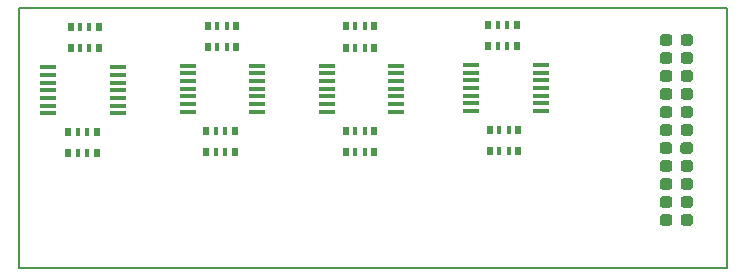
<source format=gbr>
G04 #@! TF.GenerationSoftware,KiCad,Pcbnew,(5.1.0-rc2-21-g16b3c80a7)*
G04 #@! TF.CreationDate,2019-05-25T16:35:41+02:00*
G04 #@! TF.ProjectId,Analog_Input_Module,416e616c-6f67-45f4-996e-7075745f4d6f,R2.1*
G04 #@! TF.SameCoordinates,Original*
G04 #@! TF.FileFunction,Paste,Bot*
G04 #@! TF.FilePolarity,Positive*
%FSLAX46Y46*%
G04 Gerber Fmt 4.6, Leading zero omitted, Abs format (unit mm)*
G04 Created by KiCad (PCBNEW (5.1.0-rc2-21-g16b3c80a7)) date 2019-05-25 16:35:41*
%MOMM*%
%LPD*%
G04 APERTURE LIST*
%ADD10C,0.150000*%
%ADD11R,1.450000X0.450000*%
%ADD12R,0.500000X0.800000*%
%ADD13R,0.400000X0.800000*%
%ADD14C,0.100000*%
%ADD15C,0.950000*%
G04 APERTURE END LIST*
D10*
X80000000Y-42000000D02*
X80000000Y-20000000D01*
X80000000Y-20000000D02*
X20000000Y-20000000D01*
X80000000Y-42000000D02*
X20000000Y-42000000D01*
X20000000Y-20000000D02*
X20000000Y-42000000D01*
D11*
X58285590Y-24847000D03*
X58285590Y-25497000D03*
X58285590Y-26147000D03*
X58285590Y-26797000D03*
X58285590Y-27447000D03*
X58285590Y-28097000D03*
X58285590Y-28747000D03*
X64185590Y-28747000D03*
X64185590Y-28097000D03*
X64185590Y-27447000D03*
X64185590Y-26797000D03*
X64185590Y-26147000D03*
X64185590Y-25497000D03*
X64185590Y-24847000D03*
D12*
X35884000Y-30405500D03*
D13*
X36684000Y-30405500D03*
D12*
X38284000Y-30405500D03*
D13*
X37484000Y-30405500D03*
D12*
X35884000Y-32205500D03*
D13*
X37484000Y-32205500D03*
X36684000Y-32205500D03*
D12*
X38284000Y-32205500D03*
X59756610Y-21452000D03*
D13*
X60556610Y-21452000D03*
D12*
X62156610Y-21452000D03*
D13*
X61356610Y-21452000D03*
D12*
X59756610Y-23252000D03*
D13*
X61356610Y-23252000D03*
X60556610Y-23252000D03*
D12*
X62156610Y-23252000D03*
X47691720Y-21579000D03*
D13*
X48491720Y-21579000D03*
D12*
X50091720Y-21579000D03*
D13*
X49291720Y-21579000D03*
D12*
X47691720Y-23379000D03*
D13*
X49291720Y-23379000D03*
X48491720Y-23379000D03*
D12*
X50091720Y-23379000D03*
X59887000Y-30342000D03*
D13*
X60687000Y-30342000D03*
D12*
X62287000Y-30342000D03*
D13*
X61487000Y-30342000D03*
D12*
X59887000Y-32142000D03*
D13*
X61487000Y-32142000D03*
X60687000Y-32142000D03*
D12*
X62287000Y-32142000D03*
X47695000Y-30405500D03*
D13*
X48495000Y-30405500D03*
D12*
X50095000Y-30405500D03*
D13*
X49295000Y-30405500D03*
D12*
X47695000Y-32205500D03*
D13*
X49295000Y-32205500D03*
X48495000Y-32205500D03*
D12*
X50095000Y-32205500D03*
D11*
X46081210Y-24910500D03*
X46081210Y-25560500D03*
X46081210Y-26210500D03*
X46081210Y-26860500D03*
X46081210Y-27510500D03*
X46081210Y-28160500D03*
X46081210Y-28810500D03*
X51981210Y-28810500D03*
X51981210Y-28160500D03*
X51981210Y-27510500D03*
X51981210Y-26860500D03*
X51981210Y-26210500D03*
X51981210Y-25560500D03*
X51981210Y-24910500D03*
D12*
X36011000Y-21515500D03*
D13*
X36811000Y-21515500D03*
D12*
X38411000Y-21515500D03*
D13*
X37611000Y-21515500D03*
D12*
X36011000Y-23315500D03*
D13*
X37611000Y-23315500D03*
X36811000Y-23315500D03*
D12*
X38411000Y-23315500D03*
X24394790Y-21642500D03*
D13*
X25194790Y-21642500D03*
D12*
X26794790Y-21642500D03*
D13*
X25994790Y-21642500D03*
D12*
X24394790Y-23442500D03*
D13*
X25994790Y-23442500D03*
X25194790Y-23442500D03*
D12*
X26794790Y-23442500D03*
D11*
X34301600Y-24910500D03*
X34301600Y-25560500D03*
X34301600Y-26210500D03*
X34301600Y-26860500D03*
X34301600Y-27510500D03*
X34301600Y-28160500D03*
X34301600Y-28810500D03*
X40201600Y-28810500D03*
X40201600Y-28160500D03*
X40201600Y-27510500D03*
X40201600Y-26860500D03*
X40201600Y-26210500D03*
X40201600Y-25560500D03*
X40201600Y-24910500D03*
X22505300Y-25037500D03*
X22505300Y-25687500D03*
X22505300Y-26337500D03*
X22505300Y-26987500D03*
X22505300Y-27637500D03*
X22505300Y-28287500D03*
X22505300Y-28937500D03*
X28405300Y-28937500D03*
X28405300Y-28287500D03*
X28405300Y-27637500D03*
X28405300Y-26987500D03*
X28405300Y-26337500D03*
X28405300Y-25687500D03*
X28405300Y-25037500D03*
D12*
X24200000Y-30532500D03*
D13*
X25000000Y-30532500D03*
D12*
X26600000Y-30532500D03*
D13*
X25800000Y-30532500D03*
D12*
X24200000Y-32332500D03*
D13*
X25800000Y-32332500D03*
X25000000Y-32332500D03*
D12*
X26600000Y-32332500D03*
D14*
G36*
X76877779Y-26831144D02*
G01*
X76900834Y-26834563D01*
X76923443Y-26840227D01*
X76945387Y-26848079D01*
X76966457Y-26858044D01*
X76986448Y-26870026D01*
X77005168Y-26883910D01*
X77022438Y-26899562D01*
X77038090Y-26916832D01*
X77051974Y-26935552D01*
X77063956Y-26955543D01*
X77073921Y-26976613D01*
X77081773Y-26998557D01*
X77087437Y-27021166D01*
X77090856Y-27044221D01*
X77092000Y-27067500D01*
X77092000Y-27542500D01*
X77090856Y-27565779D01*
X77087437Y-27588834D01*
X77081773Y-27611443D01*
X77073921Y-27633387D01*
X77063956Y-27654457D01*
X77051974Y-27674448D01*
X77038090Y-27693168D01*
X77022438Y-27710438D01*
X77005168Y-27726090D01*
X76986448Y-27739974D01*
X76966457Y-27751956D01*
X76945387Y-27761921D01*
X76923443Y-27769773D01*
X76900834Y-27775437D01*
X76877779Y-27778856D01*
X76854500Y-27780000D01*
X76279500Y-27780000D01*
X76256221Y-27778856D01*
X76233166Y-27775437D01*
X76210557Y-27769773D01*
X76188613Y-27761921D01*
X76167543Y-27751956D01*
X76147552Y-27739974D01*
X76128832Y-27726090D01*
X76111562Y-27710438D01*
X76095910Y-27693168D01*
X76082026Y-27674448D01*
X76070044Y-27654457D01*
X76060079Y-27633387D01*
X76052227Y-27611443D01*
X76046563Y-27588834D01*
X76043144Y-27565779D01*
X76042000Y-27542500D01*
X76042000Y-27067500D01*
X76043144Y-27044221D01*
X76046563Y-27021166D01*
X76052227Y-26998557D01*
X76060079Y-26976613D01*
X76070044Y-26955543D01*
X76082026Y-26935552D01*
X76095910Y-26916832D01*
X76111562Y-26899562D01*
X76128832Y-26883910D01*
X76147552Y-26870026D01*
X76167543Y-26858044D01*
X76188613Y-26848079D01*
X76210557Y-26840227D01*
X76233166Y-26834563D01*
X76256221Y-26831144D01*
X76279500Y-26830000D01*
X76854500Y-26830000D01*
X76877779Y-26831144D01*
X76877779Y-26831144D01*
G37*
D15*
X76567000Y-27305000D03*
D14*
G36*
X75127779Y-26831144D02*
G01*
X75150834Y-26834563D01*
X75173443Y-26840227D01*
X75195387Y-26848079D01*
X75216457Y-26858044D01*
X75236448Y-26870026D01*
X75255168Y-26883910D01*
X75272438Y-26899562D01*
X75288090Y-26916832D01*
X75301974Y-26935552D01*
X75313956Y-26955543D01*
X75323921Y-26976613D01*
X75331773Y-26998557D01*
X75337437Y-27021166D01*
X75340856Y-27044221D01*
X75342000Y-27067500D01*
X75342000Y-27542500D01*
X75340856Y-27565779D01*
X75337437Y-27588834D01*
X75331773Y-27611443D01*
X75323921Y-27633387D01*
X75313956Y-27654457D01*
X75301974Y-27674448D01*
X75288090Y-27693168D01*
X75272438Y-27710438D01*
X75255168Y-27726090D01*
X75236448Y-27739974D01*
X75216457Y-27751956D01*
X75195387Y-27761921D01*
X75173443Y-27769773D01*
X75150834Y-27775437D01*
X75127779Y-27778856D01*
X75104500Y-27780000D01*
X74529500Y-27780000D01*
X74506221Y-27778856D01*
X74483166Y-27775437D01*
X74460557Y-27769773D01*
X74438613Y-27761921D01*
X74417543Y-27751956D01*
X74397552Y-27739974D01*
X74378832Y-27726090D01*
X74361562Y-27710438D01*
X74345910Y-27693168D01*
X74332026Y-27674448D01*
X74320044Y-27654457D01*
X74310079Y-27633387D01*
X74302227Y-27611443D01*
X74296563Y-27588834D01*
X74293144Y-27565779D01*
X74292000Y-27542500D01*
X74292000Y-27067500D01*
X74293144Y-27044221D01*
X74296563Y-27021166D01*
X74302227Y-26998557D01*
X74310079Y-26976613D01*
X74320044Y-26955543D01*
X74332026Y-26935552D01*
X74345910Y-26916832D01*
X74361562Y-26899562D01*
X74378832Y-26883910D01*
X74397552Y-26870026D01*
X74417543Y-26858044D01*
X74438613Y-26848079D01*
X74460557Y-26840227D01*
X74483166Y-26834563D01*
X74506221Y-26831144D01*
X74529500Y-26830000D01*
X75104500Y-26830000D01*
X75127779Y-26831144D01*
X75127779Y-26831144D01*
G37*
D15*
X74817000Y-27305000D03*
D14*
G36*
X76877779Y-28355144D02*
G01*
X76900834Y-28358563D01*
X76923443Y-28364227D01*
X76945387Y-28372079D01*
X76966457Y-28382044D01*
X76986448Y-28394026D01*
X77005168Y-28407910D01*
X77022438Y-28423562D01*
X77038090Y-28440832D01*
X77051974Y-28459552D01*
X77063956Y-28479543D01*
X77073921Y-28500613D01*
X77081773Y-28522557D01*
X77087437Y-28545166D01*
X77090856Y-28568221D01*
X77092000Y-28591500D01*
X77092000Y-29066500D01*
X77090856Y-29089779D01*
X77087437Y-29112834D01*
X77081773Y-29135443D01*
X77073921Y-29157387D01*
X77063956Y-29178457D01*
X77051974Y-29198448D01*
X77038090Y-29217168D01*
X77022438Y-29234438D01*
X77005168Y-29250090D01*
X76986448Y-29263974D01*
X76966457Y-29275956D01*
X76945387Y-29285921D01*
X76923443Y-29293773D01*
X76900834Y-29299437D01*
X76877779Y-29302856D01*
X76854500Y-29304000D01*
X76279500Y-29304000D01*
X76256221Y-29302856D01*
X76233166Y-29299437D01*
X76210557Y-29293773D01*
X76188613Y-29285921D01*
X76167543Y-29275956D01*
X76147552Y-29263974D01*
X76128832Y-29250090D01*
X76111562Y-29234438D01*
X76095910Y-29217168D01*
X76082026Y-29198448D01*
X76070044Y-29178457D01*
X76060079Y-29157387D01*
X76052227Y-29135443D01*
X76046563Y-29112834D01*
X76043144Y-29089779D01*
X76042000Y-29066500D01*
X76042000Y-28591500D01*
X76043144Y-28568221D01*
X76046563Y-28545166D01*
X76052227Y-28522557D01*
X76060079Y-28500613D01*
X76070044Y-28479543D01*
X76082026Y-28459552D01*
X76095910Y-28440832D01*
X76111562Y-28423562D01*
X76128832Y-28407910D01*
X76147552Y-28394026D01*
X76167543Y-28382044D01*
X76188613Y-28372079D01*
X76210557Y-28364227D01*
X76233166Y-28358563D01*
X76256221Y-28355144D01*
X76279500Y-28354000D01*
X76854500Y-28354000D01*
X76877779Y-28355144D01*
X76877779Y-28355144D01*
G37*
D15*
X76567000Y-28829000D03*
D14*
G36*
X75127779Y-28355144D02*
G01*
X75150834Y-28358563D01*
X75173443Y-28364227D01*
X75195387Y-28372079D01*
X75216457Y-28382044D01*
X75236448Y-28394026D01*
X75255168Y-28407910D01*
X75272438Y-28423562D01*
X75288090Y-28440832D01*
X75301974Y-28459552D01*
X75313956Y-28479543D01*
X75323921Y-28500613D01*
X75331773Y-28522557D01*
X75337437Y-28545166D01*
X75340856Y-28568221D01*
X75342000Y-28591500D01*
X75342000Y-29066500D01*
X75340856Y-29089779D01*
X75337437Y-29112834D01*
X75331773Y-29135443D01*
X75323921Y-29157387D01*
X75313956Y-29178457D01*
X75301974Y-29198448D01*
X75288090Y-29217168D01*
X75272438Y-29234438D01*
X75255168Y-29250090D01*
X75236448Y-29263974D01*
X75216457Y-29275956D01*
X75195387Y-29285921D01*
X75173443Y-29293773D01*
X75150834Y-29299437D01*
X75127779Y-29302856D01*
X75104500Y-29304000D01*
X74529500Y-29304000D01*
X74506221Y-29302856D01*
X74483166Y-29299437D01*
X74460557Y-29293773D01*
X74438613Y-29285921D01*
X74417543Y-29275956D01*
X74397552Y-29263974D01*
X74378832Y-29250090D01*
X74361562Y-29234438D01*
X74345910Y-29217168D01*
X74332026Y-29198448D01*
X74320044Y-29178457D01*
X74310079Y-29157387D01*
X74302227Y-29135443D01*
X74296563Y-29112834D01*
X74293144Y-29089779D01*
X74292000Y-29066500D01*
X74292000Y-28591500D01*
X74293144Y-28568221D01*
X74296563Y-28545166D01*
X74302227Y-28522557D01*
X74310079Y-28500613D01*
X74320044Y-28479543D01*
X74332026Y-28459552D01*
X74345910Y-28440832D01*
X74361562Y-28423562D01*
X74378832Y-28407910D01*
X74397552Y-28394026D01*
X74417543Y-28382044D01*
X74438613Y-28372079D01*
X74460557Y-28364227D01*
X74483166Y-28358563D01*
X74506221Y-28355144D01*
X74529500Y-28354000D01*
X75104500Y-28354000D01*
X75127779Y-28355144D01*
X75127779Y-28355144D01*
G37*
D15*
X74817000Y-28829000D03*
D14*
G36*
X76877779Y-25307144D02*
G01*
X76900834Y-25310563D01*
X76923443Y-25316227D01*
X76945387Y-25324079D01*
X76966457Y-25334044D01*
X76986448Y-25346026D01*
X77005168Y-25359910D01*
X77022438Y-25375562D01*
X77038090Y-25392832D01*
X77051974Y-25411552D01*
X77063956Y-25431543D01*
X77073921Y-25452613D01*
X77081773Y-25474557D01*
X77087437Y-25497166D01*
X77090856Y-25520221D01*
X77092000Y-25543500D01*
X77092000Y-26018500D01*
X77090856Y-26041779D01*
X77087437Y-26064834D01*
X77081773Y-26087443D01*
X77073921Y-26109387D01*
X77063956Y-26130457D01*
X77051974Y-26150448D01*
X77038090Y-26169168D01*
X77022438Y-26186438D01*
X77005168Y-26202090D01*
X76986448Y-26215974D01*
X76966457Y-26227956D01*
X76945387Y-26237921D01*
X76923443Y-26245773D01*
X76900834Y-26251437D01*
X76877779Y-26254856D01*
X76854500Y-26256000D01*
X76279500Y-26256000D01*
X76256221Y-26254856D01*
X76233166Y-26251437D01*
X76210557Y-26245773D01*
X76188613Y-26237921D01*
X76167543Y-26227956D01*
X76147552Y-26215974D01*
X76128832Y-26202090D01*
X76111562Y-26186438D01*
X76095910Y-26169168D01*
X76082026Y-26150448D01*
X76070044Y-26130457D01*
X76060079Y-26109387D01*
X76052227Y-26087443D01*
X76046563Y-26064834D01*
X76043144Y-26041779D01*
X76042000Y-26018500D01*
X76042000Y-25543500D01*
X76043144Y-25520221D01*
X76046563Y-25497166D01*
X76052227Y-25474557D01*
X76060079Y-25452613D01*
X76070044Y-25431543D01*
X76082026Y-25411552D01*
X76095910Y-25392832D01*
X76111562Y-25375562D01*
X76128832Y-25359910D01*
X76147552Y-25346026D01*
X76167543Y-25334044D01*
X76188613Y-25324079D01*
X76210557Y-25316227D01*
X76233166Y-25310563D01*
X76256221Y-25307144D01*
X76279500Y-25306000D01*
X76854500Y-25306000D01*
X76877779Y-25307144D01*
X76877779Y-25307144D01*
G37*
D15*
X76567000Y-25781000D03*
D14*
G36*
X75127779Y-25307144D02*
G01*
X75150834Y-25310563D01*
X75173443Y-25316227D01*
X75195387Y-25324079D01*
X75216457Y-25334044D01*
X75236448Y-25346026D01*
X75255168Y-25359910D01*
X75272438Y-25375562D01*
X75288090Y-25392832D01*
X75301974Y-25411552D01*
X75313956Y-25431543D01*
X75323921Y-25452613D01*
X75331773Y-25474557D01*
X75337437Y-25497166D01*
X75340856Y-25520221D01*
X75342000Y-25543500D01*
X75342000Y-26018500D01*
X75340856Y-26041779D01*
X75337437Y-26064834D01*
X75331773Y-26087443D01*
X75323921Y-26109387D01*
X75313956Y-26130457D01*
X75301974Y-26150448D01*
X75288090Y-26169168D01*
X75272438Y-26186438D01*
X75255168Y-26202090D01*
X75236448Y-26215974D01*
X75216457Y-26227956D01*
X75195387Y-26237921D01*
X75173443Y-26245773D01*
X75150834Y-26251437D01*
X75127779Y-26254856D01*
X75104500Y-26256000D01*
X74529500Y-26256000D01*
X74506221Y-26254856D01*
X74483166Y-26251437D01*
X74460557Y-26245773D01*
X74438613Y-26237921D01*
X74417543Y-26227956D01*
X74397552Y-26215974D01*
X74378832Y-26202090D01*
X74361562Y-26186438D01*
X74345910Y-26169168D01*
X74332026Y-26150448D01*
X74320044Y-26130457D01*
X74310079Y-26109387D01*
X74302227Y-26087443D01*
X74296563Y-26064834D01*
X74293144Y-26041779D01*
X74292000Y-26018500D01*
X74292000Y-25543500D01*
X74293144Y-25520221D01*
X74296563Y-25497166D01*
X74302227Y-25474557D01*
X74310079Y-25452613D01*
X74320044Y-25431543D01*
X74332026Y-25411552D01*
X74345910Y-25392832D01*
X74361562Y-25375562D01*
X74378832Y-25359910D01*
X74397552Y-25346026D01*
X74417543Y-25334044D01*
X74438613Y-25324079D01*
X74460557Y-25316227D01*
X74483166Y-25310563D01*
X74506221Y-25307144D01*
X74529500Y-25306000D01*
X75104500Y-25306000D01*
X75127779Y-25307144D01*
X75127779Y-25307144D01*
G37*
D15*
X74817000Y-25781000D03*
D14*
G36*
X76877779Y-22259144D02*
G01*
X76900834Y-22262563D01*
X76923443Y-22268227D01*
X76945387Y-22276079D01*
X76966457Y-22286044D01*
X76986448Y-22298026D01*
X77005168Y-22311910D01*
X77022438Y-22327562D01*
X77038090Y-22344832D01*
X77051974Y-22363552D01*
X77063956Y-22383543D01*
X77073921Y-22404613D01*
X77081773Y-22426557D01*
X77087437Y-22449166D01*
X77090856Y-22472221D01*
X77092000Y-22495500D01*
X77092000Y-22970500D01*
X77090856Y-22993779D01*
X77087437Y-23016834D01*
X77081773Y-23039443D01*
X77073921Y-23061387D01*
X77063956Y-23082457D01*
X77051974Y-23102448D01*
X77038090Y-23121168D01*
X77022438Y-23138438D01*
X77005168Y-23154090D01*
X76986448Y-23167974D01*
X76966457Y-23179956D01*
X76945387Y-23189921D01*
X76923443Y-23197773D01*
X76900834Y-23203437D01*
X76877779Y-23206856D01*
X76854500Y-23208000D01*
X76279500Y-23208000D01*
X76256221Y-23206856D01*
X76233166Y-23203437D01*
X76210557Y-23197773D01*
X76188613Y-23189921D01*
X76167543Y-23179956D01*
X76147552Y-23167974D01*
X76128832Y-23154090D01*
X76111562Y-23138438D01*
X76095910Y-23121168D01*
X76082026Y-23102448D01*
X76070044Y-23082457D01*
X76060079Y-23061387D01*
X76052227Y-23039443D01*
X76046563Y-23016834D01*
X76043144Y-22993779D01*
X76042000Y-22970500D01*
X76042000Y-22495500D01*
X76043144Y-22472221D01*
X76046563Y-22449166D01*
X76052227Y-22426557D01*
X76060079Y-22404613D01*
X76070044Y-22383543D01*
X76082026Y-22363552D01*
X76095910Y-22344832D01*
X76111562Y-22327562D01*
X76128832Y-22311910D01*
X76147552Y-22298026D01*
X76167543Y-22286044D01*
X76188613Y-22276079D01*
X76210557Y-22268227D01*
X76233166Y-22262563D01*
X76256221Y-22259144D01*
X76279500Y-22258000D01*
X76854500Y-22258000D01*
X76877779Y-22259144D01*
X76877779Y-22259144D01*
G37*
D15*
X76567000Y-22733000D03*
D14*
G36*
X75127779Y-22259144D02*
G01*
X75150834Y-22262563D01*
X75173443Y-22268227D01*
X75195387Y-22276079D01*
X75216457Y-22286044D01*
X75236448Y-22298026D01*
X75255168Y-22311910D01*
X75272438Y-22327562D01*
X75288090Y-22344832D01*
X75301974Y-22363552D01*
X75313956Y-22383543D01*
X75323921Y-22404613D01*
X75331773Y-22426557D01*
X75337437Y-22449166D01*
X75340856Y-22472221D01*
X75342000Y-22495500D01*
X75342000Y-22970500D01*
X75340856Y-22993779D01*
X75337437Y-23016834D01*
X75331773Y-23039443D01*
X75323921Y-23061387D01*
X75313956Y-23082457D01*
X75301974Y-23102448D01*
X75288090Y-23121168D01*
X75272438Y-23138438D01*
X75255168Y-23154090D01*
X75236448Y-23167974D01*
X75216457Y-23179956D01*
X75195387Y-23189921D01*
X75173443Y-23197773D01*
X75150834Y-23203437D01*
X75127779Y-23206856D01*
X75104500Y-23208000D01*
X74529500Y-23208000D01*
X74506221Y-23206856D01*
X74483166Y-23203437D01*
X74460557Y-23197773D01*
X74438613Y-23189921D01*
X74417543Y-23179956D01*
X74397552Y-23167974D01*
X74378832Y-23154090D01*
X74361562Y-23138438D01*
X74345910Y-23121168D01*
X74332026Y-23102448D01*
X74320044Y-23082457D01*
X74310079Y-23061387D01*
X74302227Y-23039443D01*
X74296563Y-23016834D01*
X74293144Y-22993779D01*
X74292000Y-22970500D01*
X74292000Y-22495500D01*
X74293144Y-22472221D01*
X74296563Y-22449166D01*
X74302227Y-22426557D01*
X74310079Y-22404613D01*
X74320044Y-22383543D01*
X74332026Y-22363552D01*
X74345910Y-22344832D01*
X74361562Y-22327562D01*
X74378832Y-22311910D01*
X74397552Y-22298026D01*
X74417543Y-22286044D01*
X74438613Y-22276079D01*
X74460557Y-22268227D01*
X74483166Y-22262563D01*
X74506221Y-22259144D01*
X74529500Y-22258000D01*
X75104500Y-22258000D01*
X75127779Y-22259144D01*
X75127779Y-22259144D01*
G37*
D15*
X74817000Y-22733000D03*
D14*
G36*
X76877779Y-23783144D02*
G01*
X76900834Y-23786563D01*
X76923443Y-23792227D01*
X76945387Y-23800079D01*
X76966457Y-23810044D01*
X76986448Y-23822026D01*
X77005168Y-23835910D01*
X77022438Y-23851562D01*
X77038090Y-23868832D01*
X77051974Y-23887552D01*
X77063956Y-23907543D01*
X77073921Y-23928613D01*
X77081773Y-23950557D01*
X77087437Y-23973166D01*
X77090856Y-23996221D01*
X77092000Y-24019500D01*
X77092000Y-24494500D01*
X77090856Y-24517779D01*
X77087437Y-24540834D01*
X77081773Y-24563443D01*
X77073921Y-24585387D01*
X77063956Y-24606457D01*
X77051974Y-24626448D01*
X77038090Y-24645168D01*
X77022438Y-24662438D01*
X77005168Y-24678090D01*
X76986448Y-24691974D01*
X76966457Y-24703956D01*
X76945387Y-24713921D01*
X76923443Y-24721773D01*
X76900834Y-24727437D01*
X76877779Y-24730856D01*
X76854500Y-24732000D01*
X76279500Y-24732000D01*
X76256221Y-24730856D01*
X76233166Y-24727437D01*
X76210557Y-24721773D01*
X76188613Y-24713921D01*
X76167543Y-24703956D01*
X76147552Y-24691974D01*
X76128832Y-24678090D01*
X76111562Y-24662438D01*
X76095910Y-24645168D01*
X76082026Y-24626448D01*
X76070044Y-24606457D01*
X76060079Y-24585387D01*
X76052227Y-24563443D01*
X76046563Y-24540834D01*
X76043144Y-24517779D01*
X76042000Y-24494500D01*
X76042000Y-24019500D01*
X76043144Y-23996221D01*
X76046563Y-23973166D01*
X76052227Y-23950557D01*
X76060079Y-23928613D01*
X76070044Y-23907543D01*
X76082026Y-23887552D01*
X76095910Y-23868832D01*
X76111562Y-23851562D01*
X76128832Y-23835910D01*
X76147552Y-23822026D01*
X76167543Y-23810044D01*
X76188613Y-23800079D01*
X76210557Y-23792227D01*
X76233166Y-23786563D01*
X76256221Y-23783144D01*
X76279500Y-23782000D01*
X76854500Y-23782000D01*
X76877779Y-23783144D01*
X76877779Y-23783144D01*
G37*
D15*
X76567000Y-24257000D03*
D14*
G36*
X75127779Y-23783144D02*
G01*
X75150834Y-23786563D01*
X75173443Y-23792227D01*
X75195387Y-23800079D01*
X75216457Y-23810044D01*
X75236448Y-23822026D01*
X75255168Y-23835910D01*
X75272438Y-23851562D01*
X75288090Y-23868832D01*
X75301974Y-23887552D01*
X75313956Y-23907543D01*
X75323921Y-23928613D01*
X75331773Y-23950557D01*
X75337437Y-23973166D01*
X75340856Y-23996221D01*
X75342000Y-24019500D01*
X75342000Y-24494500D01*
X75340856Y-24517779D01*
X75337437Y-24540834D01*
X75331773Y-24563443D01*
X75323921Y-24585387D01*
X75313956Y-24606457D01*
X75301974Y-24626448D01*
X75288090Y-24645168D01*
X75272438Y-24662438D01*
X75255168Y-24678090D01*
X75236448Y-24691974D01*
X75216457Y-24703956D01*
X75195387Y-24713921D01*
X75173443Y-24721773D01*
X75150834Y-24727437D01*
X75127779Y-24730856D01*
X75104500Y-24732000D01*
X74529500Y-24732000D01*
X74506221Y-24730856D01*
X74483166Y-24727437D01*
X74460557Y-24721773D01*
X74438613Y-24713921D01*
X74417543Y-24703956D01*
X74397552Y-24691974D01*
X74378832Y-24678090D01*
X74361562Y-24662438D01*
X74345910Y-24645168D01*
X74332026Y-24626448D01*
X74320044Y-24606457D01*
X74310079Y-24585387D01*
X74302227Y-24563443D01*
X74296563Y-24540834D01*
X74293144Y-24517779D01*
X74292000Y-24494500D01*
X74292000Y-24019500D01*
X74293144Y-23996221D01*
X74296563Y-23973166D01*
X74302227Y-23950557D01*
X74310079Y-23928613D01*
X74320044Y-23907543D01*
X74332026Y-23887552D01*
X74345910Y-23868832D01*
X74361562Y-23851562D01*
X74378832Y-23835910D01*
X74397552Y-23822026D01*
X74417543Y-23810044D01*
X74438613Y-23800079D01*
X74460557Y-23792227D01*
X74483166Y-23786563D01*
X74506221Y-23783144D01*
X74529500Y-23782000D01*
X75104500Y-23782000D01*
X75127779Y-23783144D01*
X75127779Y-23783144D01*
G37*
D15*
X74817000Y-24257000D03*
D14*
G36*
X76877779Y-32927144D02*
G01*
X76900834Y-32930563D01*
X76923443Y-32936227D01*
X76945387Y-32944079D01*
X76966457Y-32954044D01*
X76986448Y-32966026D01*
X77005168Y-32979910D01*
X77022438Y-32995562D01*
X77038090Y-33012832D01*
X77051974Y-33031552D01*
X77063956Y-33051543D01*
X77073921Y-33072613D01*
X77081773Y-33094557D01*
X77087437Y-33117166D01*
X77090856Y-33140221D01*
X77092000Y-33163500D01*
X77092000Y-33638500D01*
X77090856Y-33661779D01*
X77087437Y-33684834D01*
X77081773Y-33707443D01*
X77073921Y-33729387D01*
X77063956Y-33750457D01*
X77051974Y-33770448D01*
X77038090Y-33789168D01*
X77022438Y-33806438D01*
X77005168Y-33822090D01*
X76986448Y-33835974D01*
X76966457Y-33847956D01*
X76945387Y-33857921D01*
X76923443Y-33865773D01*
X76900834Y-33871437D01*
X76877779Y-33874856D01*
X76854500Y-33876000D01*
X76279500Y-33876000D01*
X76256221Y-33874856D01*
X76233166Y-33871437D01*
X76210557Y-33865773D01*
X76188613Y-33857921D01*
X76167543Y-33847956D01*
X76147552Y-33835974D01*
X76128832Y-33822090D01*
X76111562Y-33806438D01*
X76095910Y-33789168D01*
X76082026Y-33770448D01*
X76070044Y-33750457D01*
X76060079Y-33729387D01*
X76052227Y-33707443D01*
X76046563Y-33684834D01*
X76043144Y-33661779D01*
X76042000Y-33638500D01*
X76042000Y-33163500D01*
X76043144Y-33140221D01*
X76046563Y-33117166D01*
X76052227Y-33094557D01*
X76060079Y-33072613D01*
X76070044Y-33051543D01*
X76082026Y-33031552D01*
X76095910Y-33012832D01*
X76111562Y-32995562D01*
X76128832Y-32979910D01*
X76147552Y-32966026D01*
X76167543Y-32954044D01*
X76188613Y-32944079D01*
X76210557Y-32936227D01*
X76233166Y-32930563D01*
X76256221Y-32927144D01*
X76279500Y-32926000D01*
X76854500Y-32926000D01*
X76877779Y-32927144D01*
X76877779Y-32927144D01*
G37*
D15*
X76567000Y-33401000D03*
D14*
G36*
X75127779Y-32927144D02*
G01*
X75150834Y-32930563D01*
X75173443Y-32936227D01*
X75195387Y-32944079D01*
X75216457Y-32954044D01*
X75236448Y-32966026D01*
X75255168Y-32979910D01*
X75272438Y-32995562D01*
X75288090Y-33012832D01*
X75301974Y-33031552D01*
X75313956Y-33051543D01*
X75323921Y-33072613D01*
X75331773Y-33094557D01*
X75337437Y-33117166D01*
X75340856Y-33140221D01*
X75342000Y-33163500D01*
X75342000Y-33638500D01*
X75340856Y-33661779D01*
X75337437Y-33684834D01*
X75331773Y-33707443D01*
X75323921Y-33729387D01*
X75313956Y-33750457D01*
X75301974Y-33770448D01*
X75288090Y-33789168D01*
X75272438Y-33806438D01*
X75255168Y-33822090D01*
X75236448Y-33835974D01*
X75216457Y-33847956D01*
X75195387Y-33857921D01*
X75173443Y-33865773D01*
X75150834Y-33871437D01*
X75127779Y-33874856D01*
X75104500Y-33876000D01*
X74529500Y-33876000D01*
X74506221Y-33874856D01*
X74483166Y-33871437D01*
X74460557Y-33865773D01*
X74438613Y-33857921D01*
X74417543Y-33847956D01*
X74397552Y-33835974D01*
X74378832Y-33822090D01*
X74361562Y-33806438D01*
X74345910Y-33789168D01*
X74332026Y-33770448D01*
X74320044Y-33750457D01*
X74310079Y-33729387D01*
X74302227Y-33707443D01*
X74296563Y-33684834D01*
X74293144Y-33661779D01*
X74292000Y-33638500D01*
X74292000Y-33163500D01*
X74293144Y-33140221D01*
X74296563Y-33117166D01*
X74302227Y-33094557D01*
X74310079Y-33072613D01*
X74320044Y-33051543D01*
X74332026Y-33031552D01*
X74345910Y-33012832D01*
X74361562Y-32995562D01*
X74378832Y-32979910D01*
X74397552Y-32966026D01*
X74417543Y-32954044D01*
X74438613Y-32944079D01*
X74460557Y-32936227D01*
X74483166Y-32930563D01*
X74506221Y-32927144D01*
X74529500Y-32926000D01*
X75104500Y-32926000D01*
X75127779Y-32927144D01*
X75127779Y-32927144D01*
G37*
D15*
X74817000Y-33401000D03*
D14*
G36*
X75127779Y-29879144D02*
G01*
X75150834Y-29882563D01*
X75173443Y-29888227D01*
X75195387Y-29896079D01*
X75216457Y-29906044D01*
X75236448Y-29918026D01*
X75255168Y-29931910D01*
X75272438Y-29947562D01*
X75288090Y-29964832D01*
X75301974Y-29983552D01*
X75313956Y-30003543D01*
X75323921Y-30024613D01*
X75331773Y-30046557D01*
X75337437Y-30069166D01*
X75340856Y-30092221D01*
X75342000Y-30115500D01*
X75342000Y-30590500D01*
X75340856Y-30613779D01*
X75337437Y-30636834D01*
X75331773Y-30659443D01*
X75323921Y-30681387D01*
X75313956Y-30702457D01*
X75301974Y-30722448D01*
X75288090Y-30741168D01*
X75272438Y-30758438D01*
X75255168Y-30774090D01*
X75236448Y-30787974D01*
X75216457Y-30799956D01*
X75195387Y-30809921D01*
X75173443Y-30817773D01*
X75150834Y-30823437D01*
X75127779Y-30826856D01*
X75104500Y-30828000D01*
X74529500Y-30828000D01*
X74506221Y-30826856D01*
X74483166Y-30823437D01*
X74460557Y-30817773D01*
X74438613Y-30809921D01*
X74417543Y-30799956D01*
X74397552Y-30787974D01*
X74378832Y-30774090D01*
X74361562Y-30758438D01*
X74345910Y-30741168D01*
X74332026Y-30722448D01*
X74320044Y-30702457D01*
X74310079Y-30681387D01*
X74302227Y-30659443D01*
X74296563Y-30636834D01*
X74293144Y-30613779D01*
X74292000Y-30590500D01*
X74292000Y-30115500D01*
X74293144Y-30092221D01*
X74296563Y-30069166D01*
X74302227Y-30046557D01*
X74310079Y-30024613D01*
X74320044Y-30003543D01*
X74332026Y-29983552D01*
X74345910Y-29964832D01*
X74361562Y-29947562D01*
X74378832Y-29931910D01*
X74397552Y-29918026D01*
X74417543Y-29906044D01*
X74438613Y-29896079D01*
X74460557Y-29888227D01*
X74483166Y-29882563D01*
X74506221Y-29879144D01*
X74529500Y-29878000D01*
X75104500Y-29878000D01*
X75127779Y-29879144D01*
X75127779Y-29879144D01*
G37*
D15*
X74817000Y-30353000D03*
D14*
G36*
X76877779Y-29879144D02*
G01*
X76900834Y-29882563D01*
X76923443Y-29888227D01*
X76945387Y-29896079D01*
X76966457Y-29906044D01*
X76986448Y-29918026D01*
X77005168Y-29931910D01*
X77022438Y-29947562D01*
X77038090Y-29964832D01*
X77051974Y-29983552D01*
X77063956Y-30003543D01*
X77073921Y-30024613D01*
X77081773Y-30046557D01*
X77087437Y-30069166D01*
X77090856Y-30092221D01*
X77092000Y-30115500D01*
X77092000Y-30590500D01*
X77090856Y-30613779D01*
X77087437Y-30636834D01*
X77081773Y-30659443D01*
X77073921Y-30681387D01*
X77063956Y-30702457D01*
X77051974Y-30722448D01*
X77038090Y-30741168D01*
X77022438Y-30758438D01*
X77005168Y-30774090D01*
X76986448Y-30787974D01*
X76966457Y-30799956D01*
X76945387Y-30809921D01*
X76923443Y-30817773D01*
X76900834Y-30823437D01*
X76877779Y-30826856D01*
X76854500Y-30828000D01*
X76279500Y-30828000D01*
X76256221Y-30826856D01*
X76233166Y-30823437D01*
X76210557Y-30817773D01*
X76188613Y-30809921D01*
X76167543Y-30799956D01*
X76147552Y-30787974D01*
X76128832Y-30774090D01*
X76111562Y-30758438D01*
X76095910Y-30741168D01*
X76082026Y-30722448D01*
X76070044Y-30702457D01*
X76060079Y-30681387D01*
X76052227Y-30659443D01*
X76046563Y-30636834D01*
X76043144Y-30613779D01*
X76042000Y-30590500D01*
X76042000Y-30115500D01*
X76043144Y-30092221D01*
X76046563Y-30069166D01*
X76052227Y-30046557D01*
X76060079Y-30024613D01*
X76070044Y-30003543D01*
X76082026Y-29983552D01*
X76095910Y-29964832D01*
X76111562Y-29947562D01*
X76128832Y-29931910D01*
X76147552Y-29918026D01*
X76167543Y-29906044D01*
X76188613Y-29896079D01*
X76210557Y-29888227D01*
X76233166Y-29882563D01*
X76256221Y-29879144D01*
X76279500Y-29878000D01*
X76854500Y-29878000D01*
X76877779Y-29879144D01*
X76877779Y-29879144D01*
G37*
D15*
X76567000Y-30353000D03*
D14*
G36*
X75127779Y-34451144D02*
G01*
X75150834Y-34454563D01*
X75173443Y-34460227D01*
X75195387Y-34468079D01*
X75216457Y-34478044D01*
X75236448Y-34490026D01*
X75255168Y-34503910D01*
X75272438Y-34519562D01*
X75288090Y-34536832D01*
X75301974Y-34555552D01*
X75313956Y-34575543D01*
X75323921Y-34596613D01*
X75331773Y-34618557D01*
X75337437Y-34641166D01*
X75340856Y-34664221D01*
X75342000Y-34687500D01*
X75342000Y-35162500D01*
X75340856Y-35185779D01*
X75337437Y-35208834D01*
X75331773Y-35231443D01*
X75323921Y-35253387D01*
X75313956Y-35274457D01*
X75301974Y-35294448D01*
X75288090Y-35313168D01*
X75272438Y-35330438D01*
X75255168Y-35346090D01*
X75236448Y-35359974D01*
X75216457Y-35371956D01*
X75195387Y-35381921D01*
X75173443Y-35389773D01*
X75150834Y-35395437D01*
X75127779Y-35398856D01*
X75104500Y-35400000D01*
X74529500Y-35400000D01*
X74506221Y-35398856D01*
X74483166Y-35395437D01*
X74460557Y-35389773D01*
X74438613Y-35381921D01*
X74417543Y-35371956D01*
X74397552Y-35359974D01*
X74378832Y-35346090D01*
X74361562Y-35330438D01*
X74345910Y-35313168D01*
X74332026Y-35294448D01*
X74320044Y-35274457D01*
X74310079Y-35253387D01*
X74302227Y-35231443D01*
X74296563Y-35208834D01*
X74293144Y-35185779D01*
X74292000Y-35162500D01*
X74292000Y-34687500D01*
X74293144Y-34664221D01*
X74296563Y-34641166D01*
X74302227Y-34618557D01*
X74310079Y-34596613D01*
X74320044Y-34575543D01*
X74332026Y-34555552D01*
X74345910Y-34536832D01*
X74361562Y-34519562D01*
X74378832Y-34503910D01*
X74397552Y-34490026D01*
X74417543Y-34478044D01*
X74438613Y-34468079D01*
X74460557Y-34460227D01*
X74483166Y-34454563D01*
X74506221Y-34451144D01*
X74529500Y-34450000D01*
X75104500Y-34450000D01*
X75127779Y-34451144D01*
X75127779Y-34451144D01*
G37*
D15*
X74817000Y-34925000D03*
D14*
G36*
X76877779Y-34451144D02*
G01*
X76900834Y-34454563D01*
X76923443Y-34460227D01*
X76945387Y-34468079D01*
X76966457Y-34478044D01*
X76986448Y-34490026D01*
X77005168Y-34503910D01*
X77022438Y-34519562D01*
X77038090Y-34536832D01*
X77051974Y-34555552D01*
X77063956Y-34575543D01*
X77073921Y-34596613D01*
X77081773Y-34618557D01*
X77087437Y-34641166D01*
X77090856Y-34664221D01*
X77092000Y-34687500D01*
X77092000Y-35162500D01*
X77090856Y-35185779D01*
X77087437Y-35208834D01*
X77081773Y-35231443D01*
X77073921Y-35253387D01*
X77063956Y-35274457D01*
X77051974Y-35294448D01*
X77038090Y-35313168D01*
X77022438Y-35330438D01*
X77005168Y-35346090D01*
X76986448Y-35359974D01*
X76966457Y-35371956D01*
X76945387Y-35381921D01*
X76923443Y-35389773D01*
X76900834Y-35395437D01*
X76877779Y-35398856D01*
X76854500Y-35400000D01*
X76279500Y-35400000D01*
X76256221Y-35398856D01*
X76233166Y-35395437D01*
X76210557Y-35389773D01*
X76188613Y-35381921D01*
X76167543Y-35371956D01*
X76147552Y-35359974D01*
X76128832Y-35346090D01*
X76111562Y-35330438D01*
X76095910Y-35313168D01*
X76082026Y-35294448D01*
X76070044Y-35274457D01*
X76060079Y-35253387D01*
X76052227Y-35231443D01*
X76046563Y-35208834D01*
X76043144Y-35185779D01*
X76042000Y-35162500D01*
X76042000Y-34687500D01*
X76043144Y-34664221D01*
X76046563Y-34641166D01*
X76052227Y-34618557D01*
X76060079Y-34596613D01*
X76070044Y-34575543D01*
X76082026Y-34555552D01*
X76095910Y-34536832D01*
X76111562Y-34519562D01*
X76128832Y-34503910D01*
X76147552Y-34490026D01*
X76167543Y-34478044D01*
X76188613Y-34468079D01*
X76210557Y-34460227D01*
X76233166Y-34454563D01*
X76256221Y-34451144D01*
X76279500Y-34450000D01*
X76854500Y-34450000D01*
X76877779Y-34451144D01*
X76877779Y-34451144D01*
G37*
D15*
X76567000Y-34925000D03*
D14*
G36*
X75127779Y-35975144D02*
G01*
X75150834Y-35978563D01*
X75173443Y-35984227D01*
X75195387Y-35992079D01*
X75216457Y-36002044D01*
X75236448Y-36014026D01*
X75255168Y-36027910D01*
X75272438Y-36043562D01*
X75288090Y-36060832D01*
X75301974Y-36079552D01*
X75313956Y-36099543D01*
X75323921Y-36120613D01*
X75331773Y-36142557D01*
X75337437Y-36165166D01*
X75340856Y-36188221D01*
X75342000Y-36211500D01*
X75342000Y-36686500D01*
X75340856Y-36709779D01*
X75337437Y-36732834D01*
X75331773Y-36755443D01*
X75323921Y-36777387D01*
X75313956Y-36798457D01*
X75301974Y-36818448D01*
X75288090Y-36837168D01*
X75272438Y-36854438D01*
X75255168Y-36870090D01*
X75236448Y-36883974D01*
X75216457Y-36895956D01*
X75195387Y-36905921D01*
X75173443Y-36913773D01*
X75150834Y-36919437D01*
X75127779Y-36922856D01*
X75104500Y-36924000D01*
X74529500Y-36924000D01*
X74506221Y-36922856D01*
X74483166Y-36919437D01*
X74460557Y-36913773D01*
X74438613Y-36905921D01*
X74417543Y-36895956D01*
X74397552Y-36883974D01*
X74378832Y-36870090D01*
X74361562Y-36854438D01*
X74345910Y-36837168D01*
X74332026Y-36818448D01*
X74320044Y-36798457D01*
X74310079Y-36777387D01*
X74302227Y-36755443D01*
X74296563Y-36732834D01*
X74293144Y-36709779D01*
X74292000Y-36686500D01*
X74292000Y-36211500D01*
X74293144Y-36188221D01*
X74296563Y-36165166D01*
X74302227Y-36142557D01*
X74310079Y-36120613D01*
X74320044Y-36099543D01*
X74332026Y-36079552D01*
X74345910Y-36060832D01*
X74361562Y-36043562D01*
X74378832Y-36027910D01*
X74397552Y-36014026D01*
X74417543Y-36002044D01*
X74438613Y-35992079D01*
X74460557Y-35984227D01*
X74483166Y-35978563D01*
X74506221Y-35975144D01*
X74529500Y-35974000D01*
X75104500Y-35974000D01*
X75127779Y-35975144D01*
X75127779Y-35975144D01*
G37*
D15*
X74817000Y-36449000D03*
D14*
G36*
X76877779Y-35975144D02*
G01*
X76900834Y-35978563D01*
X76923443Y-35984227D01*
X76945387Y-35992079D01*
X76966457Y-36002044D01*
X76986448Y-36014026D01*
X77005168Y-36027910D01*
X77022438Y-36043562D01*
X77038090Y-36060832D01*
X77051974Y-36079552D01*
X77063956Y-36099543D01*
X77073921Y-36120613D01*
X77081773Y-36142557D01*
X77087437Y-36165166D01*
X77090856Y-36188221D01*
X77092000Y-36211500D01*
X77092000Y-36686500D01*
X77090856Y-36709779D01*
X77087437Y-36732834D01*
X77081773Y-36755443D01*
X77073921Y-36777387D01*
X77063956Y-36798457D01*
X77051974Y-36818448D01*
X77038090Y-36837168D01*
X77022438Y-36854438D01*
X77005168Y-36870090D01*
X76986448Y-36883974D01*
X76966457Y-36895956D01*
X76945387Y-36905921D01*
X76923443Y-36913773D01*
X76900834Y-36919437D01*
X76877779Y-36922856D01*
X76854500Y-36924000D01*
X76279500Y-36924000D01*
X76256221Y-36922856D01*
X76233166Y-36919437D01*
X76210557Y-36913773D01*
X76188613Y-36905921D01*
X76167543Y-36895956D01*
X76147552Y-36883974D01*
X76128832Y-36870090D01*
X76111562Y-36854438D01*
X76095910Y-36837168D01*
X76082026Y-36818448D01*
X76070044Y-36798457D01*
X76060079Y-36777387D01*
X76052227Y-36755443D01*
X76046563Y-36732834D01*
X76043144Y-36709779D01*
X76042000Y-36686500D01*
X76042000Y-36211500D01*
X76043144Y-36188221D01*
X76046563Y-36165166D01*
X76052227Y-36142557D01*
X76060079Y-36120613D01*
X76070044Y-36099543D01*
X76082026Y-36079552D01*
X76095910Y-36060832D01*
X76111562Y-36043562D01*
X76128832Y-36027910D01*
X76147552Y-36014026D01*
X76167543Y-36002044D01*
X76188613Y-35992079D01*
X76210557Y-35984227D01*
X76233166Y-35978563D01*
X76256221Y-35975144D01*
X76279500Y-35974000D01*
X76854500Y-35974000D01*
X76877779Y-35975144D01*
X76877779Y-35975144D01*
G37*
D15*
X76567000Y-36449000D03*
D14*
G36*
X75113779Y-31403144D02*
G01*
X75136834Y-31406563D01*
X75159443Y-31412227D01*
X75181387Y-31420079D01*
X75202457Y-31430044D01*
X75222448Y-31442026D01*
X75241168Y-31455910D01*
X75258438Y-31471562D01*
X75274090Y-31488832D01*
X75287974Y-31507552D01*
X75299956Y-31527543D01*
X75309921Y-31548613D01*
X75317773Y-31570557D01*
X75323437Y-31593166D01*
X75326856Y-31616221D01*
X75328000Y-31639500D01*
X75328000Y-32114500D01*
X75326856Y-32137779D01*
X75323437Y-32160834D01*
X75317773Y-32183443D01*
X75309921Y-32205387D01*
X75299956Y-32226457D01*
X75287974Y-32246448D01*
X75274090Y-32265168D01*
X75258438Y-32282438D01*
X75241168Y-32298090D01*
X75222448Y-32311974D01*
X75202457Y-32323956D01*
X75181387Y-32333921D01*
X75159443Y-32341773D01*
X75136834Y-32347437D01*
X75113779Y-32350856D01*
X75090500Y-32352000D01*
X74515500Y-32352000D01*
X74492221Y-32350856D01*
X74469166Y-32347437D01*
X74446557Y-32341773D01*
X74424613Y-32333921D01*
X74403543Y-32323956D01*
X74383552Y-32311974D01*
X74364832Y-32298090D01*
X74347562Y-32282438D01*
X74331910Y-32265168D01*
X74318026Y-32246448D01*
X74306044Y-32226457D01*
X74296079Y-32205387D01*
X74288227Y-32183443D01*
X74282563Y-32160834D01*
X74279144Y-32137779D01*
X74278000Y-32114500D01*
X74278000Y-31639500D01*
X74279144Y-31616221D01*
X74282563Y-31593166D01*
X74288227Y-31570557D01*
X74296079Y-31548613D01*
X74306044Y-31527543D01*
X74318026Y-31507552D01*
X74331910Y-31488832D01*
X74347562Y-31471562D01*
X74364832Y-31455910D01*
X74383552Y-31442026D01*
X74403543Y-31430044D01*
X74424613Y-31420079D01*
X74446557Y-31412227D01*
X74469166Y-31406563D01*
X74492221Y-31403144D01*
X74515500Y-31402000D01*
X75090500Y-31402000D01*
X75113779Y-31403144D01*
X75113779Y-31403144D01*
G37*
D15*
X74803000Y-31877000D03*
D14*
G36*
X76863779Y-31403144D02*
G01*
X76886834Y-31406563D01*
X76909443Y-31412227D01*
X76931387Y-31420079D01*
X76952457Y-31430044D01*
X76972448Y-31442026D01*
X76991168Y-31455910D01*
X77008438Y-31471562D01*
X77024090Y-31488832D01*
X77037974Y-31507552D01*
X77049956Y-31527543D01*
X77059921Y-31548613D01*
X77067773Y-31570557D01*
X77073437Y-31593166D01*
X77076856Y-31616221D01*
X77078000Y-31639500D01*
X77078000Y-32114500D01*
X77076856Y-32137779D01*
X77073437Y-32160834D01*
X77067773Y-32183443D01*
X77059921Y-32205387D01*
X77049956Y-32226457D01*
X77037974Y-32246448D01*
X77024090Y-32265168D01*
X77008438Y-32282438D01*
X76991168Y-32298090D01*
X76972448Y-32311974D01*
X76952457Y-32323956D01*
X76931387Y-32333921D01*
X76909443Y-32341773D01*
X76886834Y-32347437D01*
X76863779Y-32350856D01*
X76840500Y-32352000D01*
X76265500Y-32352000D01*
X76242221Y-32350856D01*
X76219166Y-32347437D01*
X76196557Y-32341773D01*
X76174613Y-32333921D01*
X76153543Y-32323956D01*
X76133552Y-32311974D01*
X76114832Y-32298090D01*
X76097562Y-32282438D01*
X76081910Y-32265168D01*
X76068026Y-32246448D01*
X76056044Y-32226457D01*
X76046079Y-32205387D01*
X76038227Y-32183443D01*
X76032563Y-32160834D01*
X76029144Y-32137779D01*
X76028000Y-32114500D01*
X76028000Y-31639500D01*
X76029144Y-31616221D01*
X76032563Y-31593166D01*
X76038227Y-31570557D01*
X76046079Y-31548613D01*
X76056044Y-31527543D01*
X76068026Y-31507552D01*
X76081910Y-31488832D01*
X76097562Y-31471562D01*
X76114832Y-31455910D01*
X76133552Y-31442026D01*
X76153543Y-31430044D01*
X76174613Y-31420079D01*
X76196557Y-31412227D01*
X76219166Y-31406563D01*
X76242221Y-31403144D01*
X76265500Y-31402000D01*
X76840500Y-31402000D01*
X76863779Y-31403144D01*
X76863779Y-31403144D01*
G37*
D15*
X76553000Y-31877000D03*
D14*
G36*
X75127779Y-37499144D02*
G01*
X75150834Y-37502563D01*
X75173443Y-37508227D01*
X75195387Y-37516079D01*
X75216457Y-37526044D01*
X75236448Y-37538026D01*
X75255168Y-37551910D01*
X75272438Y-37567562D01*
X75288090Y-37584832D01*
X75301974Y-37603552D01*
X75313956Y-37623543D01*
X75323921Y-37644613D01*
X75331773Y-37666557D01*
X75337437Y-37689166D01*
X75340856Y-37712221D01*
X75342000Y-37735500D01*
X75342000Y-38210500D01*
X75340856Y-38233779D01*
X75337437Y-38256834D01*
X75331773Y-38279443D01*
X75323921Y-38301387D01*
X75313956Y-38322457D01*
X75301974Y-38342448D01*
X75288090Y-38361168D01*
X75272438Y-38378438D01*
X75255168Y-38394090D01*
X75236448Y-38407974D01*
X75216457Y-38419956D01*
X75195387Y-38429921D01*
X75173443Y-38437773D01*
X75150834Y-38443437D01*
X75127779Y-38446856D01*
X75104500Y-38448000D01*
X74529500Y-38448000D01*
X74506221Y-38446856D01*
X74483166Y-38443437D01*
X74460557Y-38437773D01*
X74438613Y-38429921D01*
X74417543Y-38419956D01*
X74397552Y-38407974D01*
X74378832Y-38394090D01*
X74361562Y-38378438D01*
X74345910Y-38361168D01*
X74332026Y-38342448D01*
X74320044Y-38322457D01*
X74310079Y-38301387D01*
X74302227Y-38279443D01*
X74296563Y-38256834D01*
X74293144Y-38233779D01*
X74292000Y-38210500D01*
X74292000Y-37735500D01*
X74293144Y-37712221D01*
X74296563Y-37689166D01*
X74302227Y-37666557D01*
X74310079Y-37644613D01*
X74320044Y-37623543D01*
X74332026Y-37603552D01*
X74345910Y-37584832D01*
X74361562Y-37567562D01*
X74378832Y-37551910D01*
X74397552Y-37538026D01*
X74417543Y-37526044D01*
X74438613Y-37516079D01*
X74460557Y-37508227D01*
X74483166Y-37502563D01*
X74506221Y-37499144D01*
X74529500Y-37498000D01*
X75104500Y-37498000D01*
X75127779Y-37499144D01*
X75127779Y-37499144D01*
G37*
D15*
X74817000Y-37973000D03*
D14*
G36*
X76877779Y-37499144D02*
G01*
X76900834Y-37502563D01*
X76923443Y-37508227D01*
X76945387Y-37516079D01*
X76966457Y-37526044D01*
X76986448Y-37538026D01*
X77005168Y-37551910D01*
X77022438Y-37567562D01*
X77038090Y-37584832D01*
X77051974Y-37603552D01*
X77063956Y-37623543D01*
X77073921Y-37644613D01*
X77081773Y-37666557D01*
X77087437Y-37689166D01*
X77090856Y-37712221D01*
X77092000Y-37735500D01*
X77092000Y-38210500D01*
X77090856Y-38233779D01*
X77087437Y-38256834D01*
X77081773Y-38279443D01*
X77073921Y-38301387D01*
X77063956Y-38322457D01*
X77051974Y-38342448D01*
X77038090Y-38361168D01*
X77022438Y-38378438D01*
X77005168Y-38394090D01*
X76986448Y-38407974D01*
X76966457Y-38419956D01*
X76945387Y-38429921D01*
X76923443Y-38437773D01*
X76900834Y-38443437D01*
X76877779Y-38446856D01*
X76854500Y-38448000D01*
X76279500Y-38448000D01*
X76256221Y-38446856D01*
X76233166Y-38443437D01*
X76210557Y-38437773D01*
X76188613Y-38429921D01*
X76167543Y-38419956D01*
X76147552Y-38407974D01*
X76128832Y-38394090D01*
X76111562Y-38378438D01*
X76095910Y-38361168D01*
X76082026Y-38342448D01*
X76070044Y-38322457D01*
X76060079Y-38301387D01*
X76052227Y-38279443D01*
X76046563Y-38256834D01*
X76043144Y-38233779D01*
X76042000Y-38210500D01*
X76042000Y-37735500D01*
X76043144Y-37712221D01*
X76046563Y-37689166D01*
X76052227Y-37666557D01*
X76060079Y-37644613D01*
X76070044Y-37623543D01*
X76082026Y-37603552D01*
X76095910Y-37584832D01*
X76111562Y-37567562D01*
X76128832Y-37551910D01*
X76147552Y-37538026D01*
X76167543Y-37526044D01*
X76188613Y-37516079D01*
X76210557Y-37508227D01*
X76233166Y-37502563D01*
X76256221Y-37499144D01*
X76279500Y-37498000D01*
X76854500Y-37498000D01*
X76877779Y-37499144D01*
X76877779Y-37499144D01*
G37*
D15*
X76567000Y-37973000D03*
M02*

</source>
